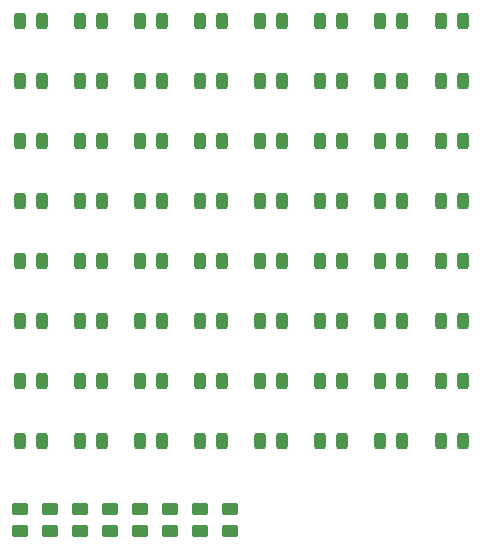
<source format=gbr>
%TF.GenerationSoftware,KiCad,Pcbnew,9.0.3*%
%TF.CreationDate,2025-08-28T20:36:14+02:00*%
%TF.ProjectId,ledki8x8,6c65646b-6938-4783-982e-6b696361645f,rev?*%
%TF.SameCoordinates,Original*%
%TF.FileFunction,Paste,Top*%
%TF.FilePolarity,Positive*%
%FSLAX46Y46*%
G04 Gerber Fmt 4.6, Leading zero omitted, Abs format (unit mm)*
G04 Created by KiCad (PCBNEW 9.0.3) date 2025-08-28 20:36:14*
%MOMM*%
%LPD*%
G01*
G04 APERTURE LIST*
G04 Aperture macros list*
%AMRoundRect*
0 Rectangle with rounded corners*
0 $1 Rounding radius*
0 $2 $3 $4 $5 $6 $7 $8 $9 X,Y pos of 4 corners*
0 Add a 4 corners polygon primitive as box body*
4,1,4,$2,$3,$4,$5,$6,$7,$8,$9,$2,$3,0*
0 Add four circle primitives for the rounded corners*
1,1,$1+$1,$2,$3*
1,1,$1+$1,$4,$5*
1,1,$1+$1,$6,$7*
1,1,$1+$1,$8,$9*
0 Add four rect primitives between the rounded corners*
20,1,$1+$1,$2,$3,$4,$5,0*
20,1,$1+$1,$4,$5,$6,$7,0*
20,1,$1+$1,$6,$7,$8,$9,0*
20,1,$1+$1,$8,$9,$2,$3,0*%
G04 Aperture macros list end*
%ADD10RoundRect,0.250000X-0.450000X0.262500X-0.450000X-0.262500X0.450000X-0.262500X0.450000X0.262500X0*%
%ADD11RoundRect,0.243750X0.243750X0.456250X-0.243750X0.456250X-0.243750X-0.456250X0.243750X-0.456250X0*%
G04 APERTURE END LIST*
D10*
%TO.C,R5*%
X155312000Y-120395000D03*
X155312000Y-122220000D03*
%TD*%
%TO.C,R1*%
X165472000Y-122220000D03*
X165472000Y-120395000D03*
%TD*%
%TO.C,R4*%
X157852000Y-122220000D03*
X157852000Y-120395000D03*
%TD*%
%TO.C,R2*%
X162932000Y-122220000D03*
X162932000Y-120395000D03*
%TD*%
%TO.C,R3*%
X160392000Y-122220000D03*
X160392000Y-120395000D03*
%TD*%
%TO.C,R8*%
X147692000Y-122220000D03*
X147692000Y-120395000D03*
%TD*%
%TO.C,R7*%
X150232000Y-122220000D03*
X150232000Y-120395000D03*
%TD*%
%TO.C,R6*%
X152772000Y-122220000D03*
X152772000Y-120395000D03*
%TD*%
D11*
%TO.C,D8*%
X147692000Y-79040000D03*
X149567000Y-79040000D03*
%TD*%
%TO.C,D7*%
X152772000Y-79040000D03*
X154647000Y-79040000D03*
%TD*%
%TO.C,D15*%
X152772000Y-84120000D03*
X154647000Y-84120000D03*
%TD*%
%TO.C,D30*%
X152772000Y-94280000D03*
X154647000Y-94280000D03*
%TD*%
%TO.C,D57*%
X152772000Y-99360000D03*
X154647000Y-99360000D03*
%TD*%
%TO.C,D58*%
X152772000Y-104440000D03*
X154647000Y-104440000D03*
%TD*%
%TO.C,D59*%
X152772000Y-109520000D03*
X154647000Y-109520000D03*
%TD*%
%TO.C,D60*%
X152772000Y-114600000D03*
X154647000Y-114600000D03*
%TD*%
%TO.C,D29*%
X152772000Y-89200000D03*
X154647000Y-89200000D03*
%TD*%
%TO.C,D16*%
X147692000Y-84120000D03*
X149567000Y-84120000D03*
%TD*%
%TO.C,D2*%
X180047000Y-79040000D03*
X178172000Y-79040000D03*
%TD*%
%TO.C,D10*%
X180047000Y-84120000D03*
X178172000Y-84120000D03*
%TD*%
%TO.C,D19*%
X180047000Y-89200000D03*
X178172000Y-89200000D03*
%TD*%
%TO.C,D20*%
X180047000Y-94280000D03*
X178172000Y-94280000D03*
%TD*%
%TO.C,D40*%
X180047000Y-114600000D03*
X178172000Y-114600000D03*
%TD*%
%TO.C,D37*%
X180047000Y-99360000D03*
X178172000Y-99360000D03*
%TD*%
%TO.C,D38*%
X180047000Y-104440000D03*
X178172000Y-104440000D03*
%TD*%
%TO.C,D39*%
X180047000Y-109520000D03*
X178172000Y-109520000D03*
%TD*%
%TO.C,D36*%
X185263494Y-114607608D03*
X183388494Y-114607608D03*
%TD*%
%TO.C,D18*%
X185263494Y-94287608D03*
X183388494Y-94287608D03*
%TD*%
%TO.C,D35*%
X185263494Y-109527608D03*
X183388494Y-109527608D03*
%TD*%
%TO.C,D33*%
X183388494Y-99367608D03*
X185263494Y-99367608D03*
%TD*%
%TO.C,D9*%
X185263494Y-84127608D03*
X183388494Y-84127608D03*
%TD*%
%TO.C,D17*%
X185263494Y-89207608D03*
X183388494Y-89207608D03*
%TD*%
%TO.C,D34*%
X185263494Y-104447608D03*
X183388494Y-104447608D03*
%TD*%
%TO.C,D1*%
X185263494Y-79047608D03*
X183388494Y-79047608D03*
%TD*%
%TO.C,D53*%
X157852000Y-99360000D03*
X159727000Y-99360000D03*
%TD*%
%TO.C,D64*%
X149567000Y-114600000D03*
X147692000Y-114600000D03*
%TD*%
%TO.C,D63*%
X149567000Y-109520000D03*
X147692000Y-109520000D03*
%TD*%
%TO.C,D62*%
X149567000Y-104440000D03*
X147692000Y-104440000D03*
%TD*%
%TO.C,D61*%
X149567000Y-99360000D03*
X147692000Y-99360000D03*
%TD*%
%TO.C,D56*%
X159727000Y-114600000D03*
X157852000Y-114600000D03*
%TD*%
%TO.C,D55*%
X159727000Y-109520000D03*
X157852000Y-109520000D03*
%TD*%
%TO.C,D54*%
X159727000Y-104440000D03*
X157852000Y-104440000D03*
%TD*%
%TO.C,D52*%
X164807000Y-114600000D03*
X162932000Y-114600000D03*
%TD*%
%TO.C,D51*%
X164807000Y-109520000D03*
X162932000Y-109520000D03*
%TD*%
%TO.C,D50*%
X164807000Y-104440000D03*
X162932000Y-104440000D03*
%TD*%
%TO.C,D49*%
X164807000Y-99360000D03*
X162932000Y-99360000D03*
%TD*%
%TO.C,D48*%
X169887000Y-114600000D03*
X168012000Y-114600000D03*
%TD*%
%TO.C,D47*%
X169887000Y-109520000D03*
X168012000Y-109520000D03*
%TD*%
%TO.C,D46*%
X169887000Y-104440000D03*
X168012000Y-104440000D03*
%TD*%
%TO.C,D45*%
X169887000Y-99360000D03*
X168012000Y-99360000D03*
%TD*%
%TO.C,D44*%
X174967000Y-114600000D03*
X173092000Y-114600000D03*
%TD*%
%TO.C,D43*%
X174967000Y-109520000D03*
X173092000Y-109520000D03*
%TD*%
%TO.C,D42*%
X174967000Y-104440000D03*
X173092000Y-104440000D03*
%TD*%
%TO.C,D41*%
X174967000Y-99360000D03*
X173092000Y-99360000D03*
%TD*%
%TO.C,D32*%
X149567000Y-94280000D03*
X147692000Y-94280000D03*
%TD*%
%TO.C,D31*%
X149567000Y-89200000D03*
X147692000Y-89200000D03*
%TD*%
%TO.C,D28*%
X159727000Y-94280000D03*
X157852000Y-94280000D03*
%TD*%
%TO.C,D27*%
X159727000Y-89200000D03*
X157852000Y-89200000D03*
%TD*%
%TO.C,D26*%
X164807000Y-94280000D03*
X162932000Y-94280000D03*
%TD*%
%TO.C,D25*%
X164807000Y-89200000D03*
X162932000Y-89200000D03*
%TD*%
%TO.C,D24*%
X169887000Y-94280000D03*
X168012000Y-94280000D03*
%TD*%
%TO.C,D23*%
X169887000Y-89200000D03*
X168012000Y-89200000D03*
%TD*%
%TO.C,D22*%
X174967000Y-94280000D03*
X173092000Y-94280000D03*
%TD*%
%TO.C,D21*%
X174967000Y-89200000D03*
X173092000Y-89200000D03*
%TD*%
%TO.C,D14*%
X159727000Y-84120000D03*
X157852000Y-84120000D03*
%TD*%
%TO.C,D13*%
X164807000Y-84120000D03*
X162932000Y-84120000D03*
%TD*%
%TO.C,D12*%
X169887000Y-84120000D03*
X168012000Y-84120000D03*
%TD*%
%TO.C,D11*%
X174967000Y-84120000D03*
X173092000Y-84120000D03*
%TD*%
%TO.C,D6*%
X159727000Y-79040000D03*
X157852000Y-79040000D03*
%TD*%
%TO.C,D5*%
X164807000Y-79040000D03*
X162932000Y-79040000D03*
%TD*%
%TO.C,D4*%
X169887000Y-79040000D03*
X168012000Y-79040000D03*
%TD*%
%TO.C,D3*%
X174967000Y-79040000D03*
X173092000Y-79040000D03*
%TD*%
M02*

</source>
